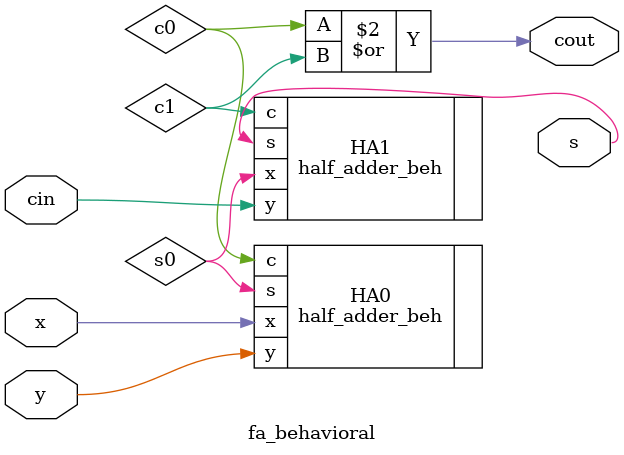
<source format=v>
`timescale 1ns / 1ps


module fa_behavioral(
    input x, y, cin,
    output s,
    output reg cout
    );
    
    wire s0, c0, c1;
    half_adder_beh HA0 (
        .x(x),
        .y(y),
        .s(s0),
        .c(c0)
    );
    half_adder_beh HA1 (
        .x(s0),
        .y(cin),
        .s(s),
        .c(c1)
    );
    
    always @(x, y)
    begin
        cout = c0 | c1;
    end
endmodule

</source>
